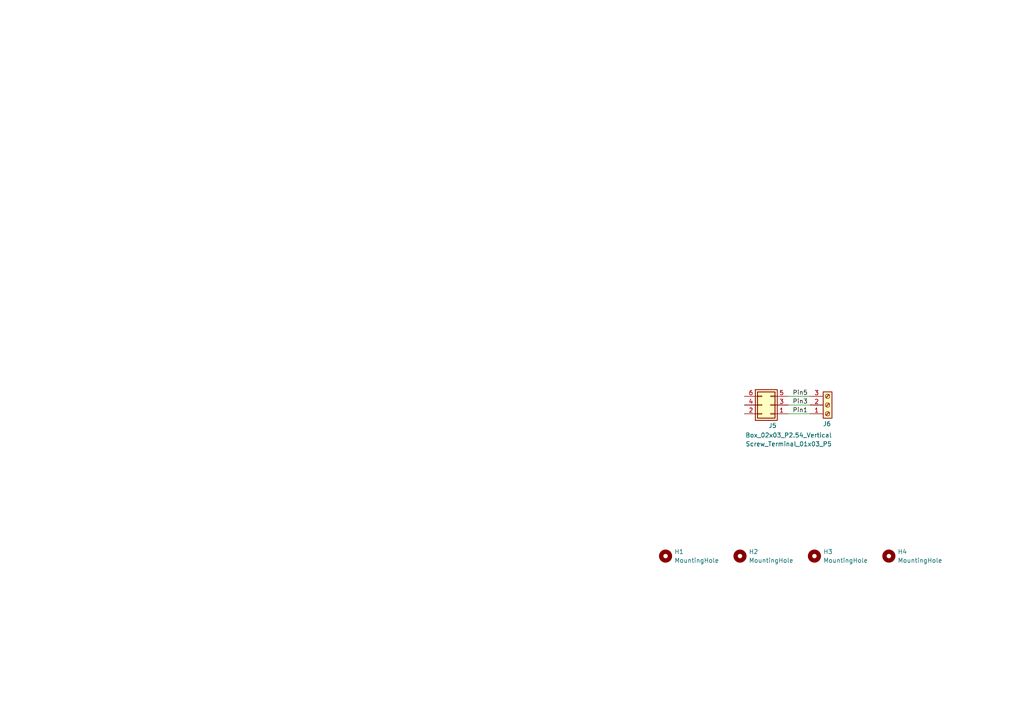
<source format=kicad_sch>
(kicad_sch (version 20231120) (generator "eeschema") (generator_version "8.0")
  (paper "A4")
  (title_block (date "2024-11-04"))
  (lib_symbols
    (symbol "_kh_library:Box_02x03_P2.54_Vertical" (pin_names (offset 1.016) hide)
      (property "Reference" "J" (at 1.27 5.588 0))
      (property "Value" "Box_02x03_P2.54_Vertical" (at 1.27 -6.35 0))
      (symbol "Box_02x03_P2.54_Vertical_1_1"
        (rectangle (start -1.905 4.445) (end 4.445 -4.445) (stroke (width 0.254)) (fill (type background)))
        (rectangle (start -1.27 -2.413) (end 0 -2.667) (stroke (width 0.1524)))
        (rectangle (start -1.27 0.127) (end 0 -0.127) (stroke (width 0.1524)))
        (rectangle (start -1.27 2.667) (end 0 2.413) (stroke (width 0.1524)))
        (rectangle (start -1.27 3.81) (end 3.81 -3.81) (stroke (width 0.254)) (fill (type background)))
        (rectangle (start 3.81 -2.413) (end 2.54 -2.667) (stroke (width 0.1524)))
        (rectangle (start 3.81 0.127) (end 2.54 -0.127) (stroke (width 0.1524)))
        (rectangle (start 3.81 2.667) (end 2.54 2.413) (stroke (width 0.1524)))
        (pin passive line (at -5.08 2.54 0) (length 3.81) (name "Pin_1") (number "1"))
        (pin passive line (at 7.62 2.54 180) (length 3.81) (name "Pin_2") (number "2"))
        (pin passive line (at -5.08 0 0) (length 3.81) (name "Pin_3") (number "3"))
        (pin passive line (at 7.62 0 180) (length 3.81) (name "Pin_4") (number "4"))
        (pin passive line (at -5.08 -2.54 0) (length 3.81) (name "Pin_5") (number "5"))
        (pin passive line (at 7.62 -2.54 180) (length 3.81) (name "Pin_6") (number "6"))
      )
    )
    (symbol "_kh_library:MountingHole" (pin_names (offset 1.016)) (exclude_from_sim yes) (in_bom no)
      (property "Reference" "H" (at 0 5.08 0))
      (property "Value" "MountingHole" (at 0 3.175 0))
      (symbol "MountingHole_0_1"
        (circle (center 0 0) (radius 1.27) (stroke (width 1.27)))
      )
    )
    (symbol "_kh_library:Screw_Terminal_01x03_P5" (pin_names (offset 1.016) hide)
      (property "Reference" "J" (at 2.286 0 0))
      (property "Value" "Screw_Terminal_01x03_P5" (at 6.35 -1.016 90))
      (symbol "Screw_Terminal_01x03_P5_1_1"
        (rectangle (start -1.27 1.27) (end 1.27 -6.35) (stroke (width 0.254)) (fill (type background)))
        (circle (center 0 -5.08) (radius 0.635) (stroke (width 0.1524)))
        (circle (center 0 -2.54) (radius 0.635) (stroke (width 0.1524)))
        (polyline (pts (xy -0.5334 -2.2098) (xy 0.3302 -3.048)) (stroke (width 0.1524)))
        (polyline (pts (xy -0.5334 0.3302) (xy 0.3302 -0.508)) (stroke (width 0.1524)))
        (polyline (pts (xy -0.508 -4.826) (xy 0.3556 -5.6642)) (stroke (width 0.1524)))
        (polyline (pts (xy -0.3556 -2.032) (xy 0.508 -2.8702)) (stroke (width 0.1524)))
        (polyline (pts (xy -0.3556 0.508) (xy 0.508 -0.3302)) (stroke (width 0.1524)))
        (polyline (pts (xy -0.3302 -4.6482) (xy 0.5334 -5.4864)) (stroke (width 0.1524)))
        (circle (center 0 0) (radius 0.635) (stroke (width 0.1524)))
        (pin passive line (at -5.08 0 0) (length 3.81) (name "Pin_1") (number "1"))
        (pin passive line (at -5.08 -2.54 0) (length 3.81) (name "Pin_2") (number "2"))
        (pin passive line (at -5.08 -5.08 0) (length 3.81) (name "Pin_3") (number "3"))
      )
    )
  )
  (wire (pts (xy 234.95 117.475) (xy 228.6 117.475)))
  (wire (pts (xy 234.95 114.935) (xy 228.6 114.935)))
  (wire (pts (xy 234.95 120.015) (xy 228.6 120.015)))
  (label "Pin5" (at 229.87 114.935 0))
  (label "Pin1" (at 229.87 120.015 0))
  (label "Pin3" (at 229.87 117.475 0))
  (symbol (lib_id "_kh_library:MountingHole") (at 193.04 161.29 0) (unit 1) (exclude_from_sim yes) (in_bom no)
    (property "Reference" "H1" (at 195.58 160.0199 0) (effects (justify left)))
    (property "Value" "MountingHole" (at 195.58 162.5599 0) (effects (justify left)))
    (property "Footprint" "_kh_library:MountingHole_2.2mm_M2_Pad_TopBottom_kh" (effects (hide yes)))
    (property "Description" "Mounting Hole without connection" (effects (hide yes)))
  )
  (symbol (lib_id "_kh_library:MountingHole") (at 257.81 161.29 0) (unit 1) (exclude_from_sim yes) (in_bom no)
    (property "Reference" "H4" (at 260.35 160.0199 0) (effects (justify left)))
    (property "Value" "MountingHole" (at 260.35 162.5599 0) (effects (justify left)))
    (property "Footprint" "_kh_library:MountingHole_2.2mm_M2_Pad_TopBottom_kh" (effects (hide yes)))
    (property "Description" "Mounting Hole without connection" (effects (hide yes)))
  )
  (symbol (lib_id "_kh_library:Box_02x03_P2.54_Vertical") (at 223.52 117.475 180) (unit 1)
    (property "Reference" "J5" (at 225.298 123.444 0) (effects (justify left)))
    (property "Value" "Box_02x03_P2.54_Vertical" (at 241.3 126.238 0) (effects (justify left)))
    (property "Footprint" "_kh_library:Box_02x03_P2.54mm_Vertical_kh" (effects (hide yes)))
    (property "Description" "Box Header connector, double row, 02x03, odd/even pin numbering scheme" (effects (hide yes)))
  )
  (symbol (lib_id "_kh_library:MountingHole") (at 214.63 161.29 0) (unit 1) (exclude_from_sim yes) (in_bom no)
    (property "Reference" "H2" (at 217.17 160.0199 0) (effects (justify left)))
    (property "Value" "MountingHole" (at 217.17 162.5599 0) (effects (justify left)))
    (property "Footprint" "_kh_library:MountingHole_2.2mm_M2_Pad_TopBottom_kh" (effects (hide yes)))
    (property "Description" "Mounting Hole without connection" (effects (hide yes)))
  )
  (symbol (lib_id "_kh_library:MountingHole") (at 236.22 161.29 0) (unit 1) (exclude_from_sim yes) (in_bom no)
    (property "Reference" "H3" (at 238.76 160.0199 0) (effects (justify left)))
    (property "Value" "MountingHole" (at 238.76 162.5599 0) (effects (justify left)))
    (property "Footprint" "_kh_library:MountingHole_2.2mm_M2_Pad_TopBottom_kh" (effects (hide yes)))
    (property "Description" "Mounting Hole without connection" (effects (hide yes)))
  )
  (symbol (lib_id "_kh_library:Screw_Terminal_01x03_P5") (at 240.03 120.015 0) (mirror x) (unit 1)
    (property "Reference" "J6" (at 241.046 122.936 0) (effects (justify right)))
    (property "Value" "Screw_Terminal_01x03_P5" (at 241.3 128.778 0) (effects (justify right)))
    (property "Footprint" "_kh_library:Screw_Terminal_01x03_P5" (effects (hide yes)))
    (property "Description" "Generic screw terminal, single row, 01x03" (effects (hide yes)))
  )
)
</source>
